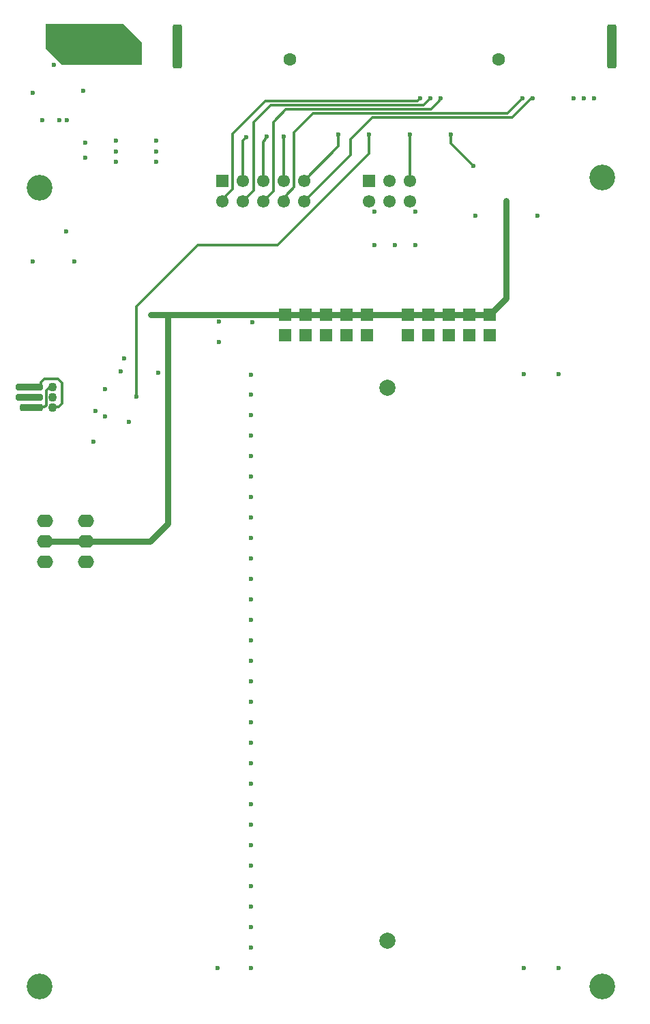
<source format=gbl>
G04*
G04 #@! TF.GenerationSoftware,Altium Limited,Altium Designer,21.7.2 (23)*
G04*
G04 Layer_Physical_Order=4*
G04 Layer_Color=16711680*
%FSLAX44Y44*%
%MOMM*%
G71*
G04*
G04 #@! TF.SameCoordinates,2D43C529-5F5C-4530-9EA0-3B9ACAEA384B*
G04*
G04*
G04 #@! TF.FilePolarity,Positive*
G04*
G01*
G75*
%ADD14C,0.2000*%
%ADD23C,1.0000*%
%ADD75C,0.3000*%
%ADD76C,0.7620*%
%ADD77C,0.3048*%
%ADD80O,1.0000X1.5000*%
G04:AMPARAMS|DCode=81|XSize=5.5mm|YSize=1.2mm|CornerRadius=0.3mm|HoleSize=0mm|Usage=FLASHONLY|Rotation=270.000|XOffset=0mm|YOffset=0mm|HoleType=Round|Shape=RoundedRectangle|*
%AMROUNDEDRECTD81*
21,1,5.5000,0.6000,0,0,270.0*
21,1,4.9000,1.2000,0,0,270.0*
1,1,0.6000,-0.3000,-2.4500*
1,1,0.6000,-0.3000,2.4500*
1,1,0.6000,0.3000,2.4500*
1,1,0.6000,0.3000,-2.4500*
%
%ADD81ROUNDEDRECTD81*%
%ADD82C,1.6000*%
%ADD83O,2.0000X1.6000*%
%ADD84C,3.2000*%
%ADD85C,1.5500*%
%ADD86R,1.5500X1.5500*%
%ADD87C,2.0000*%
%ADD88R,1.6000X1.6000*%
%ADD89C,0.6000*%
G04:AMPARAMS|DCode=97|XSize=0.9mm|YSize=3.45mm|CornerRadius=0.351mm|HoleSize=0mm|Usage=FLASHONLY|Rotation=90.000|XOffset=0mm|YOffset=0mm|HoleType=Round|Shape=RoundedRectangle|*
%AMROUNDEDRECTD97*
21,1,0.9000,2.7480,0,0,90.0*
21,1,0.1980,3.4500,0,0,90.0*
1,1,0.7020,1.3740,0.0990*
1,1,0.7020,1.3740,-0.0990*
1,1,0.7020,-1.3740,-0.0990*
1,1,0.7020,-1.3740,0.0990*
%
%ADD97ROUNDEDRECTD97*%
G04:AMPARAMS|DCode=98|XSize=0.9mm|YSize=2.95mm|CornerRadius=0.351mm|HoleSize=0mm|Usage=FLASHONLY|Rotation=90.000|XOffset=0mm|YOffset=0mm|HoleType=Round|Shape=RoundedRectangle|*
%AMROUNDEDRECTD98*
21,1,0.9000,2.2480,0,0,90.0*
21,1,0.1980,2.9500,0,0,90.0*
1,1,0.7020,1.1240,0.0990*
1,1,0.7020,1.1240,-0.0990*
1,1,0.7020,-1.1240,-0.0990*
1,1,0.7020,-1.1240,0.0990*
%
%ADD98ROUNDEDRECTD98*%
%ADD99C,1.1000*%
G36*
X165100Y1209040D02*
Y1181038D01*
X66040D01*
X45720Y1201358D01*
Y1206500D01*
Y1231900D01*
X142240D01*
X165100Y1209040D01*
D02*
G37*
D14*
X51150Y756412D02*
Y757856D01*
D23*
X72494Y1189990D02*
D03*
X117960D02*
D03*
D75*
X158646Y770205D02*
Y881530D01*
X234696Y957580D01*
X333248D01*
X447040Y1071372D01*
Y1094740D01*
X290000Y1087560D02*
X294386Y1091946D01*
X290000Y1037590D02*
Y1087560D01*
X408940Y1080330D02*
Y1094740D01*
X366200Y1037590D02*
X408940Y1080330D01*
X320040Y1091388D02*
Y1092200D01*
X318659Y1088975D02*
Y1090007D01*
X315400Y1085716D02*
X318659Y1088975D01*
Y1090007D02*
X320040Y1091388D01*
X315400Y1037590D02*
Y1085716D01*
X340800Y1037590D02*
Y1092200D01*
D76*
X95250Y590550D02*
X174896D01*
X44450D02*
X95250D01*
X174896D02*
X196850Y612504D01*
Y871850D02*
X342900D01*
X176316D02*
X196850D01*
Y612504D02*
Y871850D01*
X596900D02*
X617220Y892170D01*
Y1013206D01*
X342900Y871850D02*
X368300D01*
X571500D02*
X596900D01*
X546100D02*
X571500D01*
X520700D02*
X546100D01*
X495300D02*
X520700D01*
X444500D02*
X495300D01*
X419100D02*
X444500D01*
X393700D02*
X419100D01*
X368300D02*
X393700D01*
D77*
X303784Y1110488D02*
X324612Y1131316D01*
X514637D02*
X523240Y1139919D01*
X324612Y1131316D02*
X514637D01*
X277368Y1096264D02*
X318056Y1136952D01*
X507279D01*
X510245Y1139919D01*
X343916Y1126236D02*
X523748D01*
X534464Y1136952D01*
X328168Y1110488D02*
X343916Y1126236D01*
X353822Y1097534D02*
X377698Y1121410D01*
X619031D02*
X637540Y1139919D01*
X377698Y1121410D02*
X619031D01*
X624332Y1116076D02*
X647610Y1139354D01*
X424180Y1088975D02*
X451281Y1116076D01*
X624332D01*
X366200Y1012190D02*
X366776D01*
X424180Y1069594D02*
Y1088975D01*
X366776Y1012190D02*
X424180Y1069594D01*
X576580Y1056132D02*
X576834D01*
X548640Y1084072D02*
X576580Y1056132D01*
X548640Y1084072D02*
Y1094740D01*
X497840Y1037590D02*
Y1094740D01*
X328168Y1024958D02*
Y1110488D01*
X647610Y1139354D02*
X649675D01*
X650240Y1139919D01*
X510245D02*
X510540D01*
X344251Y1020069D02*
X353822Y1029640D01*
Y1097534D01*
X340800Y1012190D02*
Y1015559D01*
X344251Y1019010D01*
Y1020069D01*
X535940Y1139120D02*
Y1139919D01*
X534464Y1137644D02*
X535940Y1139120D01*
X534464Y1136952D02*
Y1137644D01*
X303784Y1025974D02*
Y1110488D01*
X290000Y1012190D02*
X303784Y1025974D01*
X315400Y1012190D02*
X328168Y1024958D01*
X277368Y1027684D02*
Y1096264D01*
X264600Y1012190D02*
Y1014916D01*
X277368Y1027684D01*
X36503Y781812D02*
X39328Y784637D01*
Y787948D01*
X25400Y781812D02*
X36503D01*
X39328Y787948D02*
X43537Y792157D01*
X60775D01*
X65786Y787146D01*
Y761238D02*
Y787146D01*
X61629Y757081D02*
X65786Y761238D01*
X54150Y756412D02*
X54819Y757081D01*
X61629D01*
X48770Y780291D02*
X52628D01*
X46110Y759337D02*
Y777630D01*
X52628Y780291D02*
X54150Y781812D01*
X46110Y777630D02*
X48770Y780291D01*
X44324Y757551D02*
X46110Y759337D01*
X29039Y757551D02*
X44324D01*
X27900Y756412D02*
X29039Y757551D01*
D80*
X53790Y1220470D02*
D03*
X137010D02*
D03*
D81*
X208790Y1203970D02*
D03*
X748790D02*
D03*
D82*
X608140Y1187870D02*
D03*
X349140D02*
D03*
D83*
X95250Y565150D02*
D03*
Y590550D02*
D03*
Y615950D02*
D03*
X44450Y565150D02*
D03*
Y590550D02*
D03*
Y615950D02*
D03*
D84*
X736600Y38100D02*
D03*
X38100Y1028700D02*
D03*
Y38100D02*
D03*
X736600Y1041400D02*
D03*
D85*
X472440Y1037590D02*
D03*
X497840D02*
D03*
X447040Y1012190D02*
D03*
X497840D02*
D03*
X472440D02*
D03*
X340800Y1037590D02*
D03*
Y1012190D02*
D03*
X290000D02*
D03*
X315400D02*
D03*
X264600D02*
D03*
X315400Y1037590D02*
D03*
X290000D02*
D03*
X366200Y1012190D02*
D03*
Y1037590D02*
D03*
D86*
X447040D02*
D03*
X264600D02*
D03*
D87*
X469392Y95250D02*
D03*
X469900Y781050D02*
D03*
D88*
X444500Y871850D02*
D03*
X419100D02*
D03*
X393700D02*
D03*
X495300D02*
D03*
X520700D02*
D03*
X546100D02*
D03*
X342900D02*
D03*
X368300D02*
D03*
X596900D02*
D03*
X571500D02*
D03*
Y846450D02*
D03*
X596900D02*
D03*
X368300D02*
D03*
X342900D02*
D03*
X546100D02*
D03*
X520700D02*
D03*
X495300D02*
D03*
X393700D02*
D03*
X419100D02*
D03*
X444500D02*
D03*
D89*
X185674Y799482D02*
D03*
X158646Y770205D02*
D03*
X138684Y800862D02*
D03*
X142810Y817442D02*
D03*
X132734Y1074104D02*
D03*
X656321Y994664D02*
D03*
X453500Y999380D02*
D03*
X579374Y994156D02*
D03*
X478790Y957580D02*
D03*
X504190D02*
D03*
X701040Y1139919D02*
D03*
X713740D02*
D03*
X726440D02*
D03*
X302150Y862596D02*
D03*
X71374Y974598D02*
D03*
X617220Y1013206D02*
D03*
X176316Y871850D02*
D03*
X447040Y1094740D02*
D03*
X576834Y1056132D02*
D03*
X548640Y1094740D02*
D03*
X497840D02*
D03*
X294386Y1091946D02*
D03*
X408940Y1094740D02*
D03*
X320040Y1092200D02*
D03*
X340800D02*
D03*
X650240Y1139919D02*
D03*
X637540D02*
D03*
X535940D02*
D03*
X523240D02*
D03*
X510540D02*
D03*
X148635Y738364D02*
D03*
X104906Y713850D02*
D03*
X119382Y745600D02*
D03*
Y779152D02*
D03*
X107696Y752044D02*
D03*
X41402Y1112774D02*
D03*
X62636D02*
D03*
X94804Y1066292D02*
D03*
X182734Y1060958D02*
D03*
Y1074104D02*
D03*
Y1087560D02*
D03*
X132734D02*
D03*
Y1060958D02*
D03*
X94804Y1085292D02*
D03*
X81342Y937158D02*
D03*
X29464Y937744D02*
D03*
X29272Y1146404D02*
D03*
X55524Y1181038D02*
D03*
X92128Y1148904D02*
D03*
X72136Y1112774D02*
D03*
X639138Y60960D02*
D03*
Y797560D02*
D03*
X259080Y61104D02*
D03*
X260604Y837704D02*
D03*
X260350Y862850D02*
D03*
X453390Y957580D02*
D03*
X504190Y999490D02*
D03*
X300736Y60960D02*
D03*
Y86360D02*
D03*
Y111760D02*
D03*
Y137160D02*
D03*
Y162560D02*
D03*
Y187960D02*
D03*
Y213360D02*
D03*
Y238760D02*
D03*
Y264160D02*
D03*
Y289560D02*
D03*
Y314960D02*
D03*
Y340360D02*
D03*
Y365760D02*
D03*
Y391160D02*
D03*
Y416560D02*
D03*
Y441960D02*
D03*
Y467360D02*
D03*
Y492760D02*
D03*
Y518160D02*
D03*
Y543560D02*
D03*
Y568960D02*
D03*
Y594360D02*
D03*
Y619760D02*
D03*
Y645160D02*
D03*
Y670560D02*
D03*
Y695960D02*
D03*
Y721360D02*
D03*
Y746760D02*
D03*
Y772160D02*
D03*
Y797306D02*
D03*
X681990Y60960D02*
D03*
Y797560D02*
D03*
X25400Y769112D02*
D03*
D97*
D03*
Y781812D02*
D03*
D98*
X27900Y756412D02*
D03*
D99*
X54150Y781812D02*
D03*
Y769112D02*
D03*
Y756412D02*
D03*
M02*

</source>
